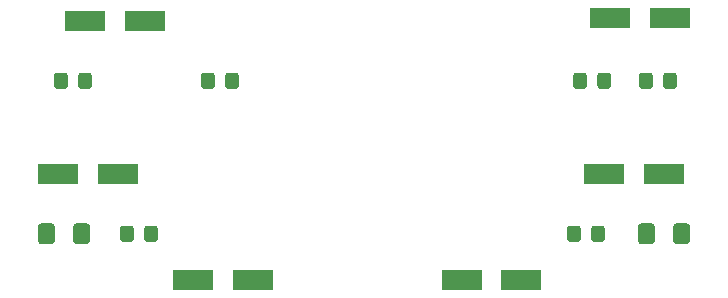
<source format=gbr>
G04 #@! TF.GenerationSoftware,KiCad,Pcbnew,(5.1.6-0-10_14)*
G04 #@! TF.CreationDate,2020-09-28T00:01:53+01:00*
G04 #@! TF.ProjectId,AdjustablePSU,41646a75-7374-4616-926c-655053552e6b,rev?*
G04 #@! TF.SameCoordinates,Original*
G04 #@! TF.FileFunction,Paste,Top*
G04 #@! TF.FilePolarity,Positive*
%FSLAX46Y46*%
G04 Gerber Fmt 4.6, Leading zero omitted, Abs format (unit mm)*
G04 Created by KiCad (PCBNEW (5.1.6-0-10_14)) date 2020-09-28 00:01:53*
%MOMM*%
%LPD*%
G01*
G04 APERTURE LIST*
%ADD10R,3.500000X1.800000*%
G04 APERTURE END LIST*
G36*
G01*
X174302000Y-86163999D02*
X174302000Y-87064001D01*
G75*
G02*
X174052001Y-87314000I-249999J0D01*
G01*
X173401999Y-87314000D01*
G75*
G02*
X173152000Y-87064001I0J249999D01*
G01*
X173152000Y-86163999D01*
G75*
G02*
X173401999Y-85914000I249999J0D01*
G01*
X174052001Y-85914000D01*
G75*
G02*
X174302000Y-86163999I0J-249999D01*
G01*
G37*
G36*
G01*
X176352000Y-86163999D02*
X176352000Y-87064001D01*
G75*
G02*
X176102001Y-87314000I-249999J0D01*
G01*
X175451999Y-87314000D01*
G75*
G02*
X175202000Y-87064001I0J249999D01*
G01*
X175202000Y-86163999D01*
G75*
G02*
X175451999Y-85914000I249999J0D01*
G01*
X176102001Y-85914000D01*
G75*
G02*
X176352000Y-86163999I0J-249999D01*
G01*
G37*
G36*
G01*
X126822000Y-86163999D02*
X126822000Y-87064001D01*
G75*
G02*
X126572001Y-87314000I-249999J0D01*
G01*
X125921999Y-87314000D01*
G75*
G02*
X125672000Y-87064001I0J249999D01*
G01*
X125672000Y-86163999D01*
G75*
G02*
X125921999Y-85914000I249999J0D01*
G01*
X126572001Y-85914000D01*
G75*
G02*
X126822000Y-86163999I0J-249999D01*
G01*
G37*
G36*
G01*
X124772000Y-86163999D02*
X124772000Y-87064001D01*
G75*
G02*
X124522001Y-87314000I-249999J0D01*
G01*
X123871999Y-87314000D01*
G75*
G02*
X123622000Y-87064001I0J249999D01*
G01*
X123622000Y-86163999D01*
G75*
G02*
X123871999Y-85914000I249999J0D01*
G01*
X124522001Y-85914000D01*
G75*
G02*
X124772000Y-86163999I0J-249999D01*
G01*
G37*
G36*
G01*
X169623000Y-87064001D02*
X169623000Y-86163999D01*
G75*
G02*
X169872999Y-85914000I249999J0D01*
G01*
X170523001Y-85914000D01*
G75*
G02*
X170773000Y-86163999I0J-249999D01*
G01*
X170773000Y-87064001D01*
G75*
G02*
X170523001Y-87314000I-249999J0D01*
G01*
X169872999Y-87314000D01*
G75*
G02*
X169623000Y-87064001I0J249999D01*
G01*
G37*
G36*
G01*
X167573000Y-87064001D02*
X167573000Y-86163999D01*
G75*
G02*
X167822999Y-85914000I249999J0D01*
G01*
X168473001Y-85914000D01*
G75*
G02*
X168723000Y-86163999I0J-249999D01*
G01*
X168723000Y-87064001D01*
G75*
G02*
X168473001Y-87314000I-249999J0D01*
G01*
X167822999Y-87314000D01*
G75*
G02*
X167573000Y-87064001I0J249999D01*
G01*
G37*
G36*
G01*
X136068000Y-87064001D02*
X136068000Y-86163999D01*
G75*
G02*
X136317999Y-85914000I249999J0D01*
G01*
X136968001Y-85914000D01*
G75*
G02*
X137218000Y-86163999I0J-249999D01*
G01*
X137218000Y-87064001D01*
G75*
G02*
X136968001Y-87314000I-249999J0D01*
G01*
X136317999Y-87314000D01*
G75*
G02*
X136068000Y-87064001I0J249999D01*
G01*
G37*
G36*
G01*
X138118000Y-87064001D02*
X138118000Y-86163999D01*
G75*
G02*
X138367999Y-85914000I249999J0D01*
G01*
X139018001Y-85914000D01*
G75*
G02*
X139268000Y-86163999I0J-249999D01*
G01*
X139268000Y-87064001D01*
G75*
G02*
X139018001Y-87314000I-249999J0D01*
G01*
X138367999Y-87314000D01*
G75*
G02*
X138118000Y-87064001I0J249999D01*
G01*
G37*
D10*
X163155000Y-103505000D03*
X158155000Y-103505000D03*
X135422000Y-103505000D03*
X140422000Y-103505000D03*
X170728000Y-81280000D03*
X175728000Y-81280000D03*
X131278000Y-81534000D03*
X126278000Y-81534000D03*
X175220000Y-94488000D03*
X170220000Y-94488000D03*
X123992000Y-94488000D03*
X128992000Y-94488000D03*
G36*
G01*
X174485000Y-98943000D02*
X174485000Y-100193000D01*
G75*
G02*
X174235000Y-100443000I-250000J0D01*
G01*
X173310000Y-100443000D01*
G75*
G02*
X173060000Y-100193000I0J250000D01*
G01*
X173060000Y-98943000D01*
G75*
G02*
X173310000Y-98693000I250000J0D01*
G01*
X174235000Y-98693000D01*
G75*
G02*
X174485000Y-98943000I0J-250000D01*
G01*
G37*
G36*
G01*
X177460000Y-98943000D02*
X177460000Y-100193000D01*
G75*
G02*
X177210000Y-100443000I-250000J0D01*
G01*
X176285000Y-100443000D01*
G75*
G02*
X176035000Y-100193000I0J250000D01*
G01*
X176035000Y-98943000D01*
G75*
G02*
X176285000Y-98693000I250000J0D01*
G01*
X177210000Y-98693000D01*
G75*
G02*
X177460000Y-98943000I0J-250000D01*
G01*
G37*
G36*
G01*
X126660000Y-98943000D02*
X126660000Y-100193000D01*
G75*
G02*
X126410000Y-100443000I-250000J0D01*
G01*
X125485000Y-100443000D01*
G75*
G02*
X125235000Y-100193000I0J250000D01*
G01*
X125235000Y-98943000D01*
G75*
G02*
X125485000Y-98693000I250000J0D01*
G01*
X126410000Y-98693000D01*
G75*
G02*
X126660000Y-98943000I0J-250000D01*
G01*
G37*
G36*
G01*
X123685000Y-98943000D02*
X123685000Y-100193000D01*
G75*
G02*
X123435000Y-100443000I-250000J0D01*
G01*
X122510000Y-100443000D01*
G75*
G02*
X122260000Y-100193000I0J250000D01*
G01*
X122260000Y-98943000D01*
G75*
G02*
X122510000Y-98693000I250000J0D01*
G01*
X123435000Y-98693000D01*
G75*
G02*
X123685000Y-98943000I0J-250000D01*
G01*
G37*
G36*
G01*
X169106000Y-100018001D02*
X169106000Y-99117999D01*
G75*
G02*
X169355999Y-98868000I249999J0D01*
G01*
X170006001Y-98868000D01*
G75*
G02*
X170256000Y-99117999I0J-249999D01*
G01*
X170256000Y-100018001D01*
G75*
G02*
X170006001Y-100268000I-249999J0D01*
G01*
X169355999Y-100268000D01*
G75*
G02*
X169106000Y-100018001I0J249999D01*
G01*
G37*
G36*
G01*
X167056000Y-100018001D02*
X167056000Y-99117999D01*
G75*
G02*
X167305999Y-98868000I249999J0D01*
G01*
X167956001Y-98868000D01*
G75*
G02*
X168206000Y-99117999I0J-249999D01*
G01*
X168206000Y-100018001D01*
G75*
G02*
X167956001Y-100268000I-249999J0D01*
G01*
X167305999Y-100268000D01*
G75*
G02*
X167056000Y-100018001I0J249999D01*
G01*
G37*
G36*
G01*
X132410000Y-99117999D02*
X132410000Y-100018001D01*
G75*
G02*
X132160001Y-100268000I-249999J0D01*
G01*
X131509999Y-100268000D01*
G75*
G02*
X131260000Y-100018001I0J249999D01*
G01*
X131260000Y-99117999D01*
G75*
G02*
X131509999Y-98868000I249999J0D01*
G01*
X132160001Y-98868000D01*
G75*
G02*
X132410000Y-99117999I0J-249999D01*
G01*
G37*
G36*
G01*
X130360000Y-99117999D02*
X130360000Y-100018001D01*
G75*
G02*
X130110001Y-100268000I-249999J0D01*
G01*
X129459999Y-100268000D01*
G75*
G02*
X129210000Y-100018001I0J249999D01*
G01*
X129210000Y-99117999D01*
G75*
G02*
X129459999Y-98868000I249999J0D01*
G01*
X130110001Y-98868000D01*
G75*
G02*
X130360000Y-99117999I0J-249999D01*
G01*
G37*
M02*

</source>
